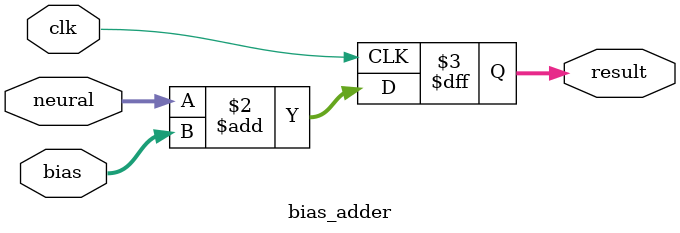
<source format=v>
module bias_adder(neural,bias,result,clk);
input[24:0]neural;
input[9:0]bias;
input clk;
output reg[24:0]result;
always@(posedge clk)
begin
result<=neural+bias;
end
endmodule

</source>
